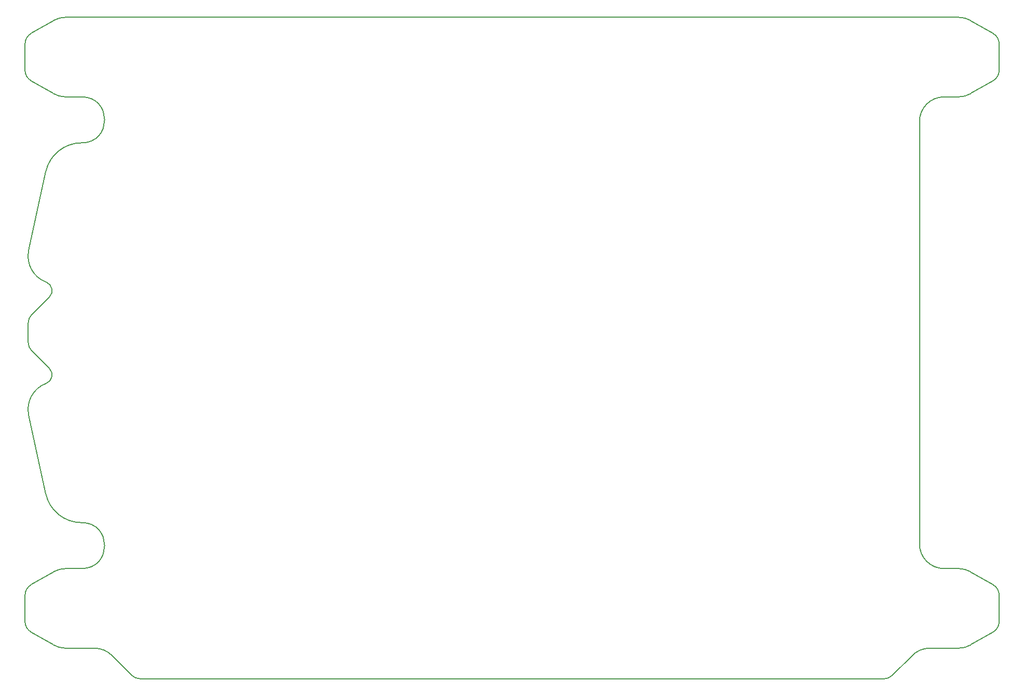
<source format=gbr>
G04 #@! TF.GenerationSoftware,KiCad,Pcbnew,8.0.8*
G04 #@! TF.CreationDate,2025-02-12T04:52:48-07:00*
G04 #@! TF.ProjectId,MK1 PCB BUILD PLATE,4d4b3120-5043-4422-9042-55494c442050,rev?*
G04 #@! TF.SameCoordinates,Original*
G04 #@! TF.FileFunction,Profile,NP*
%FSLAX46Y46*%
G04 Gerber Fmt 4.6, Leading zero omitted, Abs format (unit mm)*
G04 Created by KiCad (PCBNEW 8.0.8) date 2025-02-12 04:52:48*
%MOMM*%
%LPD*%
G01*
G04 APERTURE LIST*
G04 #@! TA.AperFunction,Profile*
%ADD10C,0.200000*%
G04 #@! TD*
G04 APERTURE END LIST*
D10*
X223966027Y-125433975D02*
G75*
G02*
X225966035Y-125969859I-27J-4000225D01*
G01*
X217600001Y-52433975D02*
G75*
G02*
X221600001Y-48434001I3999999J-25D01*
G01*
X76233975Y-35969873D02*
X72600000Y-38067950D01*
X71600000Y-39800000D02*
X71600000Y-44067950D01*
X78233975Y-138433975D02*
X82943147Y-138433975D01*
X72600000Y-135800000D02*
X76233975Y-137898077D01*
X225966027Y-47898077D02*
X229600002Y-45800000D01*
X76233975Y-125969873D02*
X72600000Y-128067950D01*
X76233975Y-35969873D02*
G75*
G02*
X78233975Y-35433989I1999925J-3463927D01*
G01*
X90428428Y-143433975D02*
X211771574Y-143433975D01*
X72202534Y-100389114D02*
G75*
G02*
X75033215Y-95215535I4397466J955144D01*
G01*
X230600002Y-44067950D02*
X230600002Y-39800000D01*
X80850001Y-117933975D02*
G75*
G02*
X74986731Y-113207489I-1J5999975D01*
G01*
X82943147Y-138433975D02*
G75*
G02*
X85771606Y-139605516I53J-4000025D01*
G01*
X75571616Y-92748736D02*
G75*
G02*
X75033214Y-95215532I-1060616J-1060664D01*
G01*
X74986712Y-60660457D02*
G75*
G02*
X80850001Y-55933995I5863288J-1273543D01*
G01*
X225966027Y-47898077D02*
G75*
G02*
X223966027Y-48433969I-1999927J3463877D01*
G01*
X230600002Y-44067950D02*
G75*
G02*
X229600000Y-45799996I-1999902J-50D01*
G01*
X217600001Y-121433975D02*
X217600001Y-52433975D01*
X76233975Y-125969873D02*
G75*
G02*
X78233975Y-125433989I1999925J-3463927D01*
G01*
X221600001Y-48433975D02*
X223966027Y-48433975D01*
X78233975Y-138433975D02*
G75*
G02*
X76233970Y-137898086I25J4000175D01*
G01*
X72685786Y-89862906D02*
X75571616Y-92748736D01*
X80850001Y-117933975D02*
G75*
G02*
X80850001Y-125433985I-1J-3750005D01*
G01*
X230600002Y-134067950D02*
X230600002Y-129800000D01*
X72100000Y-85419258D02*
X72100000Y-88448692D01*
X225966027Y-137898077D02*
G75*
G02*
X223966027Y-138433969I-1999927J3463877D01*
G01*
X78233975Y-48433975D02*
G75*
G02*
X76233970Y-47898086I25J4000175D01*
G01*
X72600000Y-45800000D02*
X76233975Y-47898077D01*
X80850001Y-48433975D02*
G75*
G02*
X80850001Y-55933985I-1J-3750005D01*
G01*
X225966027Y-137898077D02*
X229600002Y-135800000D01*
X75571616Y-81119214D02*
X72685786Y-84005044D01*
X74986712Y-60660457D02*
X72202534Y-73478836D01*
X229600002Y-128067950D02*
X225966027Y-125969873D01*
X229600002Y-38067950D02*
X225966027Y-35969873D01*
X72600000Y-45800000D02*
G75*
G02*
X71600044Y-44067950I1000000J1732000D01*
G01*
X72100000Y-85419258D02*
G75*
G02*
X72685807Y-84005065I2000000J-42D01*
G01*
X71600000Y-39800000D02*
G75*
G02*
X72600000Y-38067949I2000000J0D01*
G01*
X72600000Y-135800000D02*
G75*
G02*
X71600044Y-134067950I1000000J1732000D01*
G01*
X230600002Y-134067950D02*
G75*
G02*
X229600000Y-135799996I-1999902J-50D01*
G01*
X71600000Y-129800000D02*
X71600000Y-134067950D01*
X213185787Y-142848189D02*
G75*
G02*
X211771574Y-143434005I-1414287J1414289D01*
G01*
X221600001Y-125433975D02*
G75*
G02*
X217600025Y-121433975I-1J3999975D01*
G01*
X216428428Y-139605548D02*
G75*
G02*
X219256855Y-138433963I2828372J-2828252D01*
G01*
X72202534Y-100389114D02*
X74986712Y-113207493D01*
X80850001Y-125433975D02*
X78233975Y-125433975D01*
X223966027Y-35433975D02*
X78233975Y-35433975D01*
X78233975Y-48433975D02*
X80850001Y-48433975D01*
X223966027Y-125433975D02*
X221600001Y-125433975D01*
X75033217Y-78652409D02*
G75*
G02*
X75571681Y-81119279I-522217J-1406191D01*
G01*
X90428428Y-143433975D02*
G75*
G02*
X89014226Y-142848177I-28J1999875D01*
G01*
X71600000Y-129800000D02*
G75*
G02*
X72600000Y-128067949I2000000J0D01*
G01*
X219256855Y-138433975D02*
X223966027Y-138433975D01*
X229600002Y-38067950D02*
G75*
G02*
X230599950Y-39800000I-1000102J-1732050D01*
G01*
X229600002Y-128067950D02*
G75*
G02*
X230599950Y-129800000I-1000102J-1732050D01*
G01*
X75033217Y-78652409D02*
G75*
G02*
X72202562Y-73478842I1566783J4218409D01*
G01*
X213185787Y-142848189D02*
X216428428Y-139605548D01*
X223966027Y-35433975D02*
G75*
G02*
X225966035Y-35969859I-27J-4000225D01*
G01*
X72685786Y-89862906D02*
G75*
G02*
X72100005Y-88448692I1414214J1414206D01*
G01*
X85771574Y-139605548D02*
X89014214Y-142848189D01*
M02*

</source>
